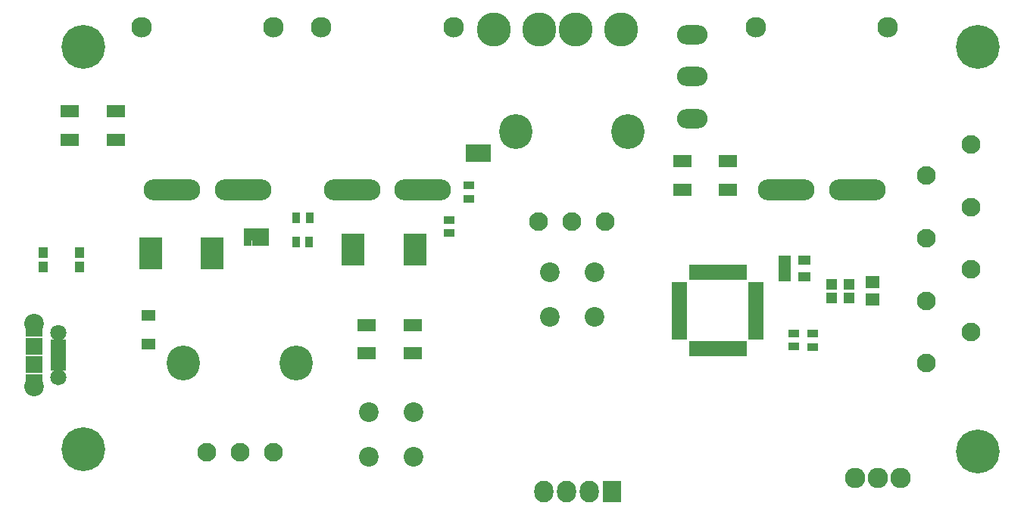
<source format=gbr>
G04 #@! TF.FileFunction,Soldermask,Top*
%FSLAX46Y46*%
G04 Gerber Fmt 4.6, Leading zero omitted, Abs format (unit mm)*
G04 Created by KiCad (PCBNEW 4.0.7-e2-6376~61~ubuntu18.04.1) date Tue Jul 31 18:43:04 2018*
%MOMM*%
%LPD*%
G01*
G04 APERTURE LIST*
%ADD10C,0.100000*%
%ADD11R,1.750000X0.850000*%
%ADD12C,1.808000*%
%ADD13C,2.200000*%
%ADD14R,1.950000X1.900000*%
%ADD15R,2.051000X1.398220*%
%ADD16O,6.330000X2.370000*%
%ADD17C,2.300000*%
%ADD18R,1.670000X0.958800*%
%ADD19R,0.958800X1.670000*%
%ADD20C,2.100000*%
%ADD21O,3.700000X3.900000*%
%ADD22R,1.650000X1.400000*%
%ADD23R,1.150000X1.200000*%
%ADD24R,2.650000X3.600000*%
%ADD25C,3.800000*%
%ADD26C,4.900000*%
%ADD27R,0.900000X1.300000*%
%ADD28R,1.300000X0.900000*%
%ADD29R,1.102360X1.201420*%
%ADD30O,3.430000X2.160000*%
%ADD31R,1.460000X1.050000*%
%ADD32C,2.279600*%
%ADD33R,0.850000X0.700000*%
%ADD34R,1.150000X0.700000*%
%ADD35R,1.400000X1.350000*%
%ADD36R,2.127200X2.432000*%
%ADD37O,2.127200X2.432000*%
%ADD38R,1.620000X1.310000*%
G04 APERTURE END LIST*
D10*
D11*
X50175000Y-85200000D03*
X50175000Y-85850000D03*
X50175000Y-86500000D03*
X50175000Y-87150000D03*
X50175000Y-87800000D03*
D12*
X50200000Y-84000000D03*
X50200000Y-89000000D03*
D13*
X47500000Y-83000000D03*
X47500000Y-90000000D03*
D14*
X47500000Y-85500000D03*
X47500000Y-87500000D03*
X47500000Y-83450000D03*
X47500000Y-89550000D03*
D15*
X51500000Y-59204680D03*
X51500000Y-62400000D03*
X56651120Y-62400000D03*
X56651120Y-59204680D03*
D16*
X62910000Y-68000000D03*
X70810000Y-68000000D03*
D17*
X59470000Y-49760000D03*
X74250000Y-49760000D03*
D18*
X119607400Y-78700920D03*
X119607400Y-79501020D03*
X119607400Y-80301120D03*
X119607400Y-81101220D03*
X119607400Y-81898780D03*
X119607400Y-82698880D03*
X119607400Y-83498980D03*
X119607400Y-84299080D03*
D19*
X121100920Y-85792600D03*
X121901020Y-85792600D03*
X122701120Y-85792600D03*
X123501220Y-85792600D03*
X124298780Y-85792600D03*
X125098880Y-85792600D03*
X125898980Y-85792600D03*
X126699080Y-85792600D03*
D18*
X128192600Y-84299080D03*
X128192600Y-83498980D03*
X128192600Y-82698880D03*
X128192600Y-81898780D03*
X128192600Y-81101220D03*
X128192600Y-80301120D03*
X128192600Y-79501020D03*
X128192600Y-78700920D03*
D19*
X126699080Y-77207400D03*
X125898980Y-77207400D03*
X125098880Y-77207400D03*
X124298780Y-77207400D03*
X123501220Y-77207400D03*
X122701120Y-77207400D03*
X121901020Y-77207400D03*
X121100920Y-77207400D03*
D20*
X70500000Y-97400000D03*
X66750000Y-97400000D03*
X74250000Y-97400000D03*
D21*
X76800000Y-87400000D03*
X64200000Y-87400000D03*
D16*
X131590000Y-68000000D03*
X139490000Y-68000000D03*
D17*
X128150000Y-49760000D03*
X142930000Y-49760000D03*
D22*
X141200000Y-80300000D03*
X141200000Y-78300000D03*
D23*
X138600000Y-80100000D03*
X138600000Y-78600000D03*
X136600000Y-80100000D03*
X136600000Y-78600000D03*
D24*
X60500000Y-75100000D03*
X67400000Y-75100000D03*
X83150000Y-74700000D03*
X90050000Y-74700000D03*
D25*
X108030000Y-50000000D03*
X103970000Y-50000000D03*
X113110000Y-50000000D03*
X98890000Y-50000000D03*
D26*
X153000000Y-52000000D03*
X53000000Y-52000000D03*
X53000000Y-97000000D03*
X153000000Y-97250000D03*
D16*
X83040000Y-68000000D03*
X90940000Y-68000000D03*
D17*
X79600000Y-49760000D03*
X94380000Y-49760000D03*
D20*
X152200000Y-62900000D03*
X147200000Y-66400000D03*
X152200000Y-69900000D03*
X147200000Y-73400000D03*
X152200000Y-76900000D03*
X152200000Y-83900000D03*
X147200000Y-80400000D03*
X147200000Y-87400000D03*
D27*
X78250000Y-73800000D03*
X76750000Y-73800000D03*
X78300000Y-71100000D03*
X76800000Y-71100000D03*
D28*
X93900000Y-71350000D03*
X93900000Y-72850000D03*
X132400000Y-84050000D03*
X132400000Y-85550000D03*
X134500000Y-85600000D03*
X134500000Y-84100000D03*
X96100000Y-69000000D03*
X96100000Y-67500000D03*
D20*
X107600000Y-71500000D03*
X103850000Y-71500000D03*
X111350000Y-71500000D03*
D21*
X113900000Y-61500000D03*
X101300000Y-61500000D03*
D29*
X48500000Y-76600000D03*
X52599560Y-76600000D03*
X52599560Y-75004880D03*
X48500000Y-75004880D03*
D13*
X84900000Y-92900000D03*
X89900000Y-92900000D03*
X84900000Y-97900000D03*
X89900000Y-97900000D03*
X105100000Y-77200000D03*
X110100000Y-77200000D03*
X105100000Y-82200000D03*
X110100000Y-82200000D03*
D30*
X121100000Y-55300000D03*
X121100000Y-60000000D03*
X121100000Y-50600000D03*
D31*
X131400000Y-75850000D03*
X131400000Y-76800000D03*
X131400000Y-77750000D03*
X133600000Y-77750000D03*
X133600000Y-75850000D03*
D15*
X119924440Y-64802340D03*
X119924440Y-67997660D03*
X125075560Y-67997660D03*
X125075560Y-64802340D03*
X84624440Y-83102340D03*
X84624440Y-86297660D03*
X89775560Y-86297660D03*
X89775560Y-83102340D03*
D32*
X144300000Y-100200000D03*
X141760000Y-100200000D03*
X139220000Y-100200000D03*
D33*
X96125000Y-63250000D03*
X96125000Y-63900000D03*
X96125000Y-64550000D03*
X98075000Y-64550000D03*
X98075000Y-63900000D03*
X98075000Y-63250000D03*
D34*
X97195000Y-64550000D03*
D35*
X97100000Y-63575000D03*
X97100000Y-63575000D03*
D33*
X71375000Y-72625000D03*
X71375000Y-73275000D03*
X71375000Y-73925000D03*
X73325000Y-73925000D03*
X73325000Y-73275000D03*
X73325000Y-72625000D03*
D34*
X72445000Y-73925000D03*
D35*
X72350000Y-72950000D03*
X72350000Y-72950000D03*
D36*
X112100000Y-101800000D03*
D37*
X109560000Y-101800000D03*
X107020000Y-101800000D03*
X104480000Y-101800000D03*
D38*
X60300000Y-82000000D03*
X60300000Y-85270000D03*
M02*

</source>
